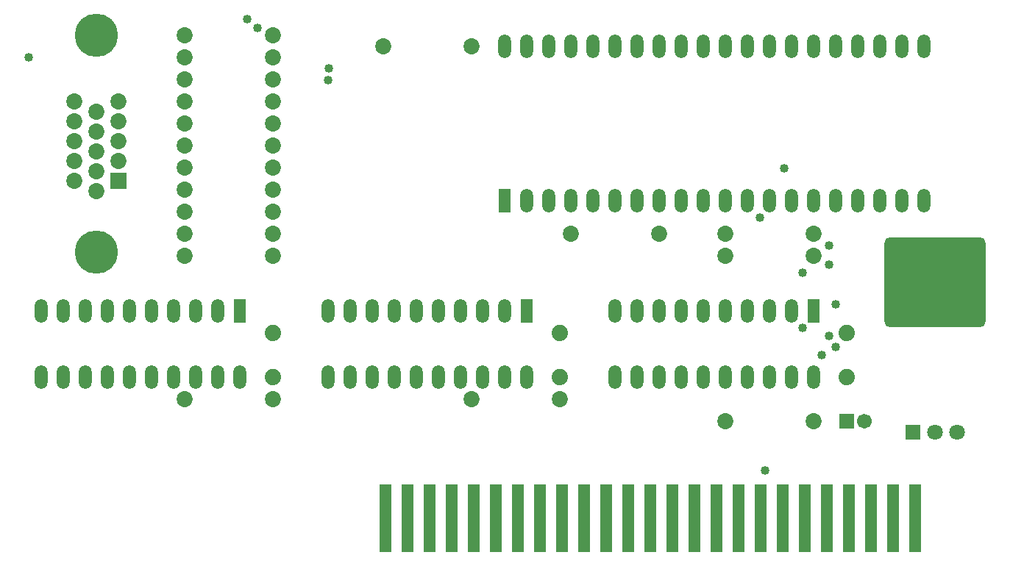
<source format=gts>
%FSLAX23Y23*%
%MOIN*%
G70*
G01*
G75*
G04 Layer_Color=8388736*
%ADD10R,0.050X0.300*%
%ADD11C,0.008*%
%ADD12C,0.015*%
%ADD13C,0.030*%
%ADD14C,0.065*%
G04:AMPARAMS|DCode=15|XSize=450mil|YSize=400mil|CornerRadius=20mil|HoleSize=0mil|Usage=FLASHONLY|Rotation=0.000|XOffset=0mil|YOffset=0mil|HoleType=Round|Shape=RoundedRectangle|*
%AMROUNDEDRECTD15*
21,1,0.450,0.360,0,0,0.0*
21,1,0.410,0.400,0,0,0.0*
1,1,0.040,0.205,-0.180*
1,1,0.040,-0.205,-0.180*
1,1,0.040,-0.205,0.180*
1,1,0.040,0.205,0.180*
%
%ADD15ROUNDEDRECTD15*%
%ADD16R,0.063X0.063*%
%ADD17C,0.063*%
%ADD18C,0.059*%
%ADD19R,0.059X0.059*%
%ADD20C,0.066*%
%ADD21C,0.188*%
%ADD22R,0.065X0.065*%
%ADD23O,0.050X0.100*%
%ADD24R,0.050X0.100*%
%ADD25C,0.032*%
%ADD26C,0.050*%
%ADD27C,0.008*%
%ADD28C,0.010*%
%ADD29R,0.058X0.308*%
%ADD30C,0.073*%
G04:AMPARAMS|DCode=31|XSize=458mil|YSize=408mil|CornerRadius=24mil|HoleSize=0mil|Usage=FLASHONLY|Rotation=0.000|XOffset=0mil|YOffset=0mil|HoleType=Round|Shape=RoundedRectangle|*
%AMROUNDEDRECTD31*
21,1,0.458,0.360,0,0,0.0*
21,1,0.410,0.408,0,0,0.0*
1,1,0.048,0.205,-0.180*
1,1,0.048,-0.205,-0.180*
1,1,0.048,-0.205,0.180*
1,1,0.048,0.205,0.180*
%
%ADD31ROUNDEDRECTD31*%
%ADD32R,0.071X0.071*%
%ADD33C,0.071*%
%ADD34C,0.067*%
%ADD35R,0.067X0.067*%
%ADD36C,0.074*%
%ADD37C,0.196*%
%ADD38R,0.073X0.073*%
%ADD39O,0.058X0.108*%
%ADD40R,0.058X0.108*%
%ADD41C,0.040*%
D29*
X6660Y1160D02*
D03*
X6560D02*
D03*
X6460D02*
D03*
X6360D02*
D03*
X6260D02*
D03*
X6160D02*
D03*
X6060D02*
D03*
X5960D02*
D03*
X5860D02*
D03*
X5760D02*
D03*
X5660D02*
D03*
X5560D02*
D03*
X5460D02*
D03*
X5360D02*
D03*
X5260D02*
D03*
X5160D02*
D03*
X5060D02*
D03*
X4960D02*
D03*
X4860D02*
D03*
X4760D02*
D03*
X4660D02*
D03*
X4560D02*
D03*
X4460D02*
D03*
X4360D02*
D03*
X4260D02*
D03*
D30*
X5500Y2450D02*
D03*
X5100D02*
D03*
X5800D02*
D03*
X6200D02*
D03*
X4650Y3300D02*
D03*
X4250D02*
D03*
X3350Y2850D02*
D03*
X3750D02*
D03*
X3350Y2450D02*
D03*
X3750D02*
D03*
Y2350D02*
D03*
X3350D02*
D03*
X3750Y2550D02*
D03*
X3350D02*
D03*
X3750Y2750D02*
D03*
X3350D02*
D03*
X3750Y2650D02*
D03*
X3350D02*
D03*
X3750Y2950D02*
D03*
X3350D02*
D03*
X3750Y3050D02*
D03*
X3350D02*
D03*
X3750Y3150D02*
D03*
X3350D02*
D03*
X3750Y3250D02*
D03*
Y3350D02*
D03*
Y1700D02*
D03*
X3350D02*
D03*
X5050D02*
D03*
X6200Y1600D02*
D03*
X3350Y3350D02*
D03*
Y3250D02*
D03*
X2950Y3005D02*
D03*
Y2915D02*
D03*
Y2825D02*
D03*
Y2735D02*
D03*
X3050Y2960D02*
D03*
Y2870D02*
D03*
Y2780D02*
D03*
X2950Y2645D02*
D03*
X2850Y2690D02*
D03*
Y2780D02*
D03*
Y2870D02*
D03*
Y2960D02*
D03*
Y3050D02*
D03*
X5800Y1600D02*
D03*
X4650Y1700D02*
D03*
X3050Y3050D02*
D03*
X6200Y2350D02*
D03*
X5800D02*
D03*
D31*
X6750Y2230D02*
D03*
D32*
X6650Y1550D02*
D03*
D33*
X6750D02*
D03*
X6850D02*
D03*
D34*
X6429Y1600D02*
D03*
D35*
X6350D02*
D03*
D36*
X5050Y1800D02*
D03*
Y2000D02*
D03*
X6350Y1800D02*
D03*
Y2000D02*
D03*
X3750D02*
D03*
Y1800D02*
D03*
D37*
X2950Y2368D02*
D03*
Y3352D02*
D03*
D38*
X3050Y2690D02*
D03*
D39*
X2700Y1800D02*
D03*
X2800D02*
D03*
X2900D02*
D03*
X3000D02*
D03*
X3100D02*
D03*
X3200D02*
D03*
X3300D02*
D03*
X3400D02*
D03*
X3500D02*
D03*
X3600D02*
D03*
X2700Y2100D02*
D03*
X2800D02*
D03*
X2900D02*
D03*
X3000D02*
D03*
X3100D02*
D03*
X3200D02*
D03*
X3300D02*
D03*
X3400D02*
D03*
X3500D02*
D03*
X4000Y1800D02*
D03*
X4100D02*
D03*
X4200D02*
D03*
X4300D02*
D03*
X4400D02*
D03*
X4500D02*
D03*
X4600D02*
D03*
X4700D02*
D03*
X4900D02*
D03*
X4000Y2100D02*
D03*
X4100D02*
D03*
X4200D02*
D03*
X4300D02*
D03*
X4400D02*
D03*
X4500D02*
D03*
X4600D02*
D03*
X4700D02*
D03*
X4800D02*
D03*
X5300Y1800D02*
D03*
X5400D02*
D03*
X5500D02*
D03*
X5600D02*
D03*
X5700D02*
D03*
X5800D02*
D03*
X5900D02*
D03*
X6000D02*
D03*
X6200D02*
D03*
X5300Y2100D02*
D03*
X5400D02*
D03*
X5500D02*
D03*
X5600D02*
D03*
X5700D02*
D03*
X5800D02*
D03*
X5900D02*
D03*
X6000D02*
D03*
X6100D02*
D03*
Y1800D02*
D03*
X4800D02*
D03*
X6300Y2600D02*
D03*
X6400D02*
D03*
X6700Y3300D02*
D03*
X6600D02*
D03*
X6500D02*
D03*
X6400D02*
D03*
X6300D02*
D03*
X6200D02*
D03*
X6100D02*
D03*
X6000D02*
D03*
X5900D02*
D03*
X5800D02*
D03*
X5700D02*
D03*
X5600D02*
D03*
X5500D02*
D03*
X5400D02*
D03*
X5300D02*
D03*
X5200D02*
D03*
X5100D02*
D03*
X5000D02*
D03*
X4900D02*
D03*
X4800D02*
D03*
X6700Y2600D02*
D03*
X6600D02*
D03*
X6500D02*
D03*
X6200D02*
D03*
X6100D02*
D03*
X6000D02*
D03*
X5900D02*
D03*
X5800D02*
D03*
X5700D02*
D03*
X5600D02*
D03*
X5500D02*
D03*
X5400D02*
D03*
X5300D02*
D03*
X5200D02*
D03*
X5100D02*
D03*
X5000D02*
D03*
X4900D02*
D03*
D40*
X3600Y2100D02*
D03*
X4900D02*
D03*
X6200D02*
D03*
X4800Y2600D02*
D03*
D41*
X3680Y3386D02*
D03*
X3632Y3426D02*
D03*
X6270Y2398D02*
D03*
Y2311D02*
D03*
Y1987D02*
D03*
X4001Y3201D02*
D03*
X3999Y3149D02*
D03*
X2643Y3251D02*
D03*
X6067Y2747D02*
D03*
X5955Y2524D02*
D03*
X6236Y1901D02*
D03*
X6150Y2276D02*
D03*
Y2024D02*
D03*
X6300Y2131D02*
D03*
Y1939D02*
D03*
X5980Y1379D02*
D03*
M02*

</source>
